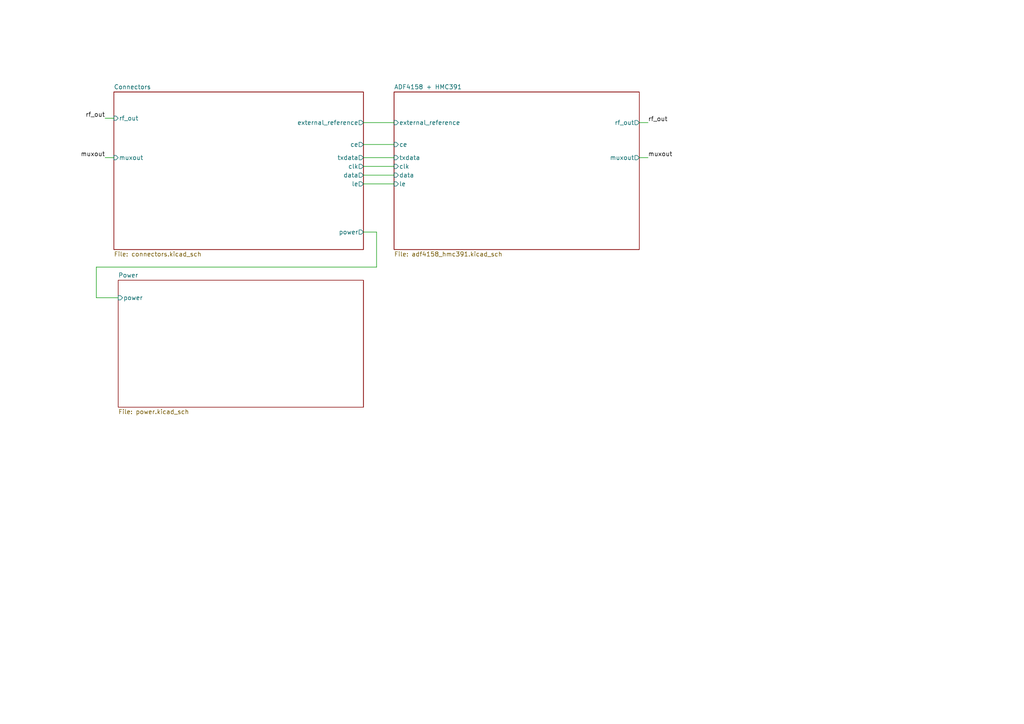
<source format=kicad_sch>
(kicad_sch
	(version 20250114)
	(generator "eeschema")
	(generator_version "9.0")
	(uuid "3d5adadc-a9f6-49bf-a77d-66e214ec66a0")
	(paper "A4")
	(title_block
		(title "ADF4158 + HMC391 PCB")
		(rev "v1.0")
		(company "Daniel Estévez")
	)
	(lib_symbols)
	(wire
		(pts
			(xy 185.42 35.56) (xy 187.96 35.56)
		)
		(stroke
			(width 0)
			(type default)
		)
		(uuid "028e1abb-df65-47fe-a3e8-39a48113e500")
	)
	(wire
		(pts
			(xy 105.41 67.31) (xy 109.22 67.31)
		)
		(stroke
			(width 0)
			(type default)
		)
		(uuid "0b35b271-8579-421d-8736-3099b0b0ac30")
	)
	(wire
		(pts
			(xy 105.41 35.56) (xy 114.3 35.56)
		)
		(stroke
			(width 0)
			(type default)
		)
		(uuid "10e9edee-16a7-430e-a119-c4c568415d2d")
	)
	(wire
		(pts
			(xy 30.48 34.29) (xy 33.02 34.29)
		)
		(stroke
			(width 0)
			(type default)
		)
		(uuid "358f32aa-a64d-4307-a316-f8ab16834107")
	)
	(wire
		(pts
			(xy 105.41 53.34) (xy 114.3 53.34)
		)
		(stroke
			(width 0)
			(type default)
		)
		(uuid "425c24a0-7eca-44f5-af53-16b2a4ab657b")
	)
	(wire
		(pts
			(xy 109.22 67.31) (xy 109.22 77.47)
		)
		(stroke
			(width 0)
			(type default)
		)
		(uuid "54c4765b-f166-4370-a1b3-4e99314d4124")
	)
	(wire
		(pts
			(xy 27.94 86.36) (xy 34.29 86.36)
		)
		(stroke
			(width 0)
			(type default)
		)
		(uuid "601bc807-6b73-40a7-abed-49a42a0b217a")
	)
	(wire
		(pts
			(xy 105.41 48.26) (xy 114.3 48.26)
		)
		(stroke
			(width 0)
			(type default)
		)
		(uuid "6a1dde83-13fa-4e57-93a4-1305e50f4d84")
	)
	(wire
		(pts
			(xy 105.41 50.8) (xy 114.3 50.8)
		)
		(stroke
			(width 0)
			(type default)
		)
		(uuid "6f411dff-e194-4315-b1ec-bea68616ef02")
	)
	(wire
		(pts
			(xy 30.48 45.72) (xy 33.02 45.72)
		)
		(stroke
			(width 0)
			(type default)
		)
		(uuid "84002a33-bc9a-4fbb-9b1a-4f3fa0df1f4b")
	)
	(wire
		(pts
			(xy 27.94 77.47) (xy 27.94 86.36)
		)
		(stroke
			(width 0)
			(type default)
		)
		(uuid "9f60b9e6-bbb3-4d81-8972-73ceaa418f5c")
	)
	(wire
		(pts
			(xy 105.41 45.72) (xy 114.3 45.72)
		)
		(stroke
			(width 0)
			(type default)
		)
		(uuid "bab72c25-88f1-4c7a-b2d0-c2385c4f701b")
	)
	(wire
		(pts
			(xy 109.22 77.47) (xy 27.94 77.47)
		)
		(stroke
			(width 0)
			(type default)
		)
		(uuid "ca04656c-d53b-4ad9-bb64-561a38b0c07c")
	)
	(wire
		(pts
			(xy 105.41 41.91) (xy 114.3 41.91)
		)
		(stroke
			(width 0)
			(type default)
		)
		(uuid "e12ff036-325f-417c-b65f-fda3bab954cd")
	)
	(wire
		(pts
			(xy 185.42 45.72) (xy 187.96 45.72)
		)
		(stroke
			(width 0)
			(type default)
		)
		(uuid "e7cde98b-4931-483e-80ec-ff0ea8d5b600")
	)
	(label "rf_out"
		(at 30.48 34.29 180)
		(effects
			(font
				(size 1.27 1.27)
			)
			(justify right bottom)
		)
		(uuid "5ebb4c6d-7e7a-4708-a816-c1f5927d8e39")
	)
	(label "muxout"
		(at 30.48 45.72 180)
		(effects
			(font
				(size 1.27 1.27)
			)
			(justify right bottom)
		)
		(uuid "69844e42-ecaa-4731-82a3-b5abe06ad0ee")
	)
	(label "rf_out"
		(at 187.96 35.56 0)
		(effects
			(font
				(size 1.27 1.27)
			)
			(justify left bottom)
		)
		(uuid "a3eb6b98-7b48-4606-97de-3d15f51c6bda")
	)
	(label "muxout"
		(at 187.96 45.72 0)
		(effects
			(font
				(size 1.27 1.27)
			)
			(justify left bottom)
		)
		(uuid "bfca7982-071a-485d-9086-947495b444cd")
	)
	(sheet
		(at 33.02 26.67)
		(size 72.39 45.72)
		(exclude_from_sim no)
		(in_bom yes)
		(on_board yes)
		(dnp no)
		(fields_autoplaced yes)
		(stroke
			(width 0.1524)
			(type solid)
		)
		(fill
			(color 0 0 0 0.0000)
		)
		(uuid "43667435-3031-489c-af69-4725b093739b")
		(property "Sheetname" "Connectors"
			(at 33.02 25.9584 0)
			(effects
				(font
					(size 1.27 1.27)
				)
				(justify left bottom)
			)
		)
		(property "Sheetfile" "connectors.kicad_sch"
			(at 33.02 72.9746 0)
			(effects
				(font
					(size 1.27 1.27)
				)
				(justify left top)
			)
		)
		(pin "external_reference" output
			(at 105.41 35.56 0)
			(uuid "746aaa9f-9952-4992-9bae-753d6d031d7b")
			(effects
				(font
					(size 1.27 1.27)
				)
				(justify right)
			)
		)
		(pin "rf_out" input
			(at 33.02 34.29 180)
			(uuid "d5a00b7a-b582-4ef6-984f-f837f49e0407")
			(effects
				(font
					(size 1.27 1.27)
				)
				(justify left)
			)
		)
		(pin "clk" output
			(at 105.41 48.26 0)
			(uuid "fa0208be-1a4d-4024-8a84-14f3a6cb42ec")
			(effects
				(font
					(size 1.27 1.27)
				)
				(justify right)
			)
		)
		(pin "ce" output
			(at 105.41 41.91 0)
			(uuid "561365cc-9456-45cd-9404-7d5ea2593670")
			(effects
				(font
					(size 1.27 1.27)
				)
				(justify right)
			)
		)
		(pin "txdata" output
			(at 105.41 45.72 0)
			(uuid "ceb890f8-757f-4198-a63f-1cff198ea71f")
			(effects
				(font
					(size 1.27 1.27)
				)
				(justify right)
			)
		)
		(pin "data" output
			(at 105.41 50.8 0)
			(uuid "5e55cbad-f964-4c37-befa-f75ea79b16c6")
			(effects
				(font
					(size 1.27 1.27)
				)
				(justify right)
			)
		)
		(pin "le" output
			(at 105.41 53.34 0)
			(uuid "88a6538b-0c0a-4d73-9424-df6ac6fcd019")
			(effects
				(font
					(size 1.27 1.27)
				)
				(justify right)
			)
		)
		(pin "muxout" input
			(at 33.02 45.72 180)
			(uuid "b2b1b218-9727-4ef9-954f-94eb0cc4f792")
			(effects
				(font
					(size 1.27 1.27)
				)
				(justify left)
			)
		)
		(pin "power" output
			(at 105.41 67.31 0)
			(uuid "8e21a2e5-af69-45df-be00-61619f6159aa")
			(effects
				(font
					(size 1.27 1.27)
				)
				(justify right)
			)
		)
		(instances
			(project "ADF4158_PCB"
				(path "/3d5adadc-a9f6-49bf-a77d-66e214ec66a0"
					(page "4")
				)
			)
		)
	)
	(sheet
		(at 114.3 26.67)
		(size 71.12 45.72)
		(exclude_from_sim no)
		(in_bom yes)
		(on_board yes)
		(dnp no)
		(fields_autoplaced yes)
		(stroke
			(width 0.1524)
			(type solid)
		)
		(fill
			(color 0 0 0 0.0000)
		)
		(uuid "918b34c8-e1d0-4b86-912d-4afff4ba0ac1")
		(property "Sheetname" "ADF4158 + HMC391"
			(at 114.3 25.9584 0)
			(effects
				(font
					(size 1.27 1.27)
				)
				(justify left bottom)
			)
		)
		(property "Sheetfile" "adf4158_hmc391.kicad_sch"
			(at 114.3 72.9746 0)
			(effects
				(font
					(size 1.27 1.27)
				)
				(justify left top)
			)
		)
		(pin "external_reference" input
			(at 114.3 35.56 180)
			(uuid "a165de8a-e06a-4ad6-84f5-c2ba9a295bd2")
			(effects
				(font
					(size 1.27 1.27)
				)
				(justify left)
			)
		)
		(pin "ce" input
			(at 114.3 41.91 180)
			(uuid "f7821949-157b-4914-aa1a-7ef05e98adf5")
			(effects
				(font
					(size 1.27 1.27)
				)
				(justify left)
			)
		)
		(pin "txdata" input
			(at 114.3 45.72 180)
			(uuid "921c4ed3-aa3a-4ed7-a606-8430ad87257d")
			(effects
				(font
					(size 1.27 1.27)
				)
				(justify left)
			)
		)
		(pin "clk" input
			(at 114.3 48.26 180)
			(uuid "0e901001-9428-408e-a7ed-843ea0efb204")
			(effects
				(font
					(size 1.27 1.27)
				)
				(justify left)
			)
		)
		(pin "data" input
			(at 114.3 50.8 180)
			(uuid "73767e4c-2b6d-48c2-adef-41a36ec8666d")
			(effects
				(font
					(size 1.27 1.27)
				)
				(justify left)
			)
		)
		(pin "le" input
			(at 114.3 53.34 180)
			(uuid "da47d357-aa9b-419b-b95e-ea6bed3977ff")
			(effects
				(font
					(size 1.27 1.27)
				)
				(justify left)
			)
		)
		(pin "rf_out" output
			(at 185.42 35.56 0)
			(uuid "ee245e51-2572-40bd-b611-f6daf41ec2a1")
			(effects
				(font
					(size 1.27 1.27)
				)
				(justify right)
			)
		)
		(pin "muxout" output
			(at 185.42 45.72 0)
			(uuid "bae7e14d-fe0b-4995-826a-f869932ab315")
			(effects
				(font
					(size 1.27 1.27)
				)
				(justify right)
			)
		)
		(instances
			(project "ADF4158_PCB"
				(path "/3d5adadc-a9f6-49bf-a77d-66e214ec66a0"
					(page "2")
				)
			)
		)
	)
	(sheet
		(at 34.29 81.28)
		(size 71.12 36.83)
		(exclude_from_sim no)
		(in_bom yes)
		(on_board yes)
		(dnp no)
		(fields_autoplaced yes)
		(stroke
			(width 0.1524)
			(type solid)
		)
		(fill
			(color 0 0 0 0.0000)
		)
		(uuid "e83caacf-914f-43dd-9775-9f0e41e774bb")
		(property "Sheetname" "Power"
			(at 34.29 80.5684 0)
			(effects
				(font
					(size 1.27 1.27)
				)
				(justify left bottom)
			)
		)
		(property "Sheetfile" "power.kicad_sch"
			(at 34.29 118.6946 0)
			(effects
				(font
					(size 1.27 1.27)
				)
				(justify left top)
			)
		)
		(pin "power" input
			(at 34.29 86.36 180)
			(uuid "bc953b47-29d3-497d-872f-23b43ef9f23e")
			(effects
				(font
					(size 1.27 1.27)
				)
				(justify left)
			)
		)
		(instances
			(project "ADF4158_PCB"
				(path "/3d5adadc-a9f6-49bf-a77d-66e214ec66a0"
					(page "3")
				)
			)
		)
	)
	(sheet_instances
		(path "/"
			(page "1")
		)
	)
	(embedded_fonts no)
)

</source>
